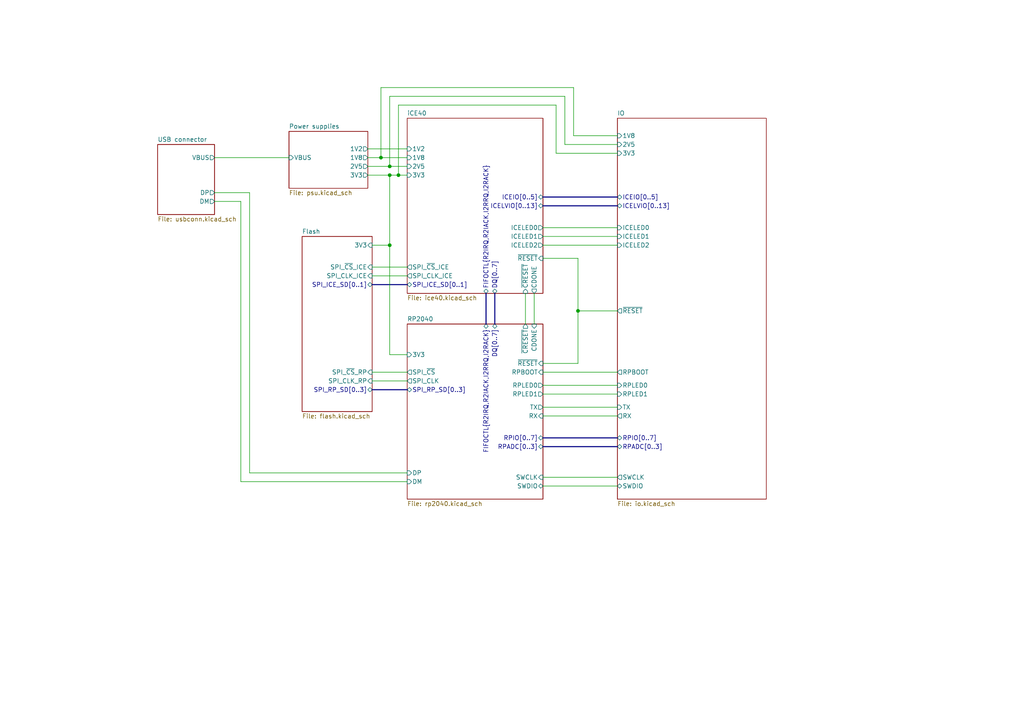
<source format=kicad_sch>
(kicad_sch (version 20211123) (generator eeschema)
  (paper "A4")
  (lib_symbols)
  (junction (at 113.03 50.8))
  (junction (at 113.03 48.26))
  (junction (at 110.49 45.72))
  (junction (at 167.64 90.17))
  (junction (at 115.57 50.8))
  (junction (at 113.03 71.12))
  (wire (pts (xy 62.23 58.42) (xy 69.85 58.42)))
  (wire (pts (xy 157.48 138.43) (xy 179.07 138.43)))
  (wire (pts (xy 167.64 90.17) (xy 167.64 105.41)))
  (wire (pts (xy 72.39 55.88) (xy 72.39 137.16)))
  (wire (pts (xy 157.48 68.58) (xy 179.07 68.58)))
  (wire (pts (xy 115.57 30.48) (xy 115.57 50.8)))
  (wire (pts (xy 161.29 44.45) (xy 161.29 30.48)))
  (wire (pts (xy 107.95 71.12) (xy 113.03 71.12)))
  (wire (pts (xy 72.39 137.16) (xy 118.11 137.16)))
  (wire (pts (xy 157.48 140.97) (xy 179.07 140.97)))
  (wire (pts (xy 166.37 39.37) (xy 166.37 25.4)))
  (wire (pts (xy 110.49 45.72) (xy 118.11 45.72)))
  (bus (pts (xy 157.48 59.69) (xy 179.07 59.69)))
  (wire (pts (xy 157.48 107.95) (xy 179.07 107.95)))
  (wire (pts (xy 157.48 66.04) (xy 179.07 66.04)))
  (wire (pts (xy 106.68 48.26) (xy 113.03 48.26)))
  (wire (pts (xy 69.85 139.7) (xy 118.11 139.7)))
  (wire (pts (xy 179.07 39.37) (xy 166.37 39.37)))
  (wire (pts (xy 179.07 90.17) (xy 167.64 90.17)))
  (wire (pts (xy 107.95 110.49) (xy 118.11 110.49)))
  (wire (pts (xy 157.48 74.93) (xy 167.64 74.93)))
  (wire (pts (xy 157.48 71.12) (xy 179.07 71.12)))
  (wire (pts (xy 154.94 85.09) (xy 154.94 93.98)))
  (bus (pts (xy 107.95 82.55) (xy 118.11 82.55)))
  (wire (pts (xy 113.03 50.8) (xy 115.57 50.8)))
  (wire (pts (xy 163.83 41.91) (xy 163.83 27.94)))
  (wire (pts (xy 157.48 114.3) (xy 179.07 114.3)))
  (bus (pts (xy 143.51 85.09) (xy 143.51 93.98)))
  (wire (pts (xy 118.11 102.87) (xy 113.03 102.87)))
  (wire (pts (xy 110.49 25.4) (xy 110.49 45.72)))
  (wire (pts (xy 106.68 45.72) (xy 110.49 45.72)))
  (bus (pts (xy 157.48 57.15) (xy 179.07 57.15)))
  (bus (pts (xy 157.48 129.54) (xy 179.07 129.54)))
  (wire (pts (xy 179.07 41.91) (xy 163.83 41.91)))
  (wire (pts (xy 179.07 44.45) (xy 161.29 44.45)))
  (wire (pts (xy 106.68 50.8) (xy 113.03 50.8)))
  (wire (pts (xy 62.23 55.88) (xy 72.39 55.88)))
  (wire (pts (xy 69.85 58.42) (xy 69.85 139.7)))
  (wire (pts (xy 161.29 30.48) (xy 115.57 30.48)))
  (wire (pts (xy 157.48 118.11) (xy 179.07 118.11)))
  (bus (pts (xy 140.97 85.09) (xy 140.97 93.98)))
  (wire (pts (xy 113.03 27.94) (xy 113.03 48.26)))
  (wire (pts (xy 152.4 85.09) (xy 152.4 93.98)))
  (wire (pts (xy 113.03 71.12) (xy 113.03 50.8)))
  (wire (pts (xy 163.83 27.94) (xy 113.03 27.94)))
  (wire (pts (xy 167.64 105.41) (xy 157.48 105.41)))
  (wire (pts (xy 107.95 107.95) (xy 118.11 107.95)))
  (bus (pts (xy 157.48 127) (xy 179.07 127)))
  (wire (pts (xy 115.57 50.8) (xy 118.11 50.8)))
  (wire (pts (xy 113.03 102.87) (xy 113.03 71.12)))
  (bus (pts (xy 107.95 113.03) (xy 118.11 113.03)))
  (wire (pts (xy 107.95 80.01) (xy 118.11 80.01)))
  (wire (pts (xy 62.23 45.72) (xy 83.82 45.72)))
  (wire (pts (xy 106.68 43.18) (xy 118.11 43.18)))
  (wire (pts (xy 113.03 48.26) (xy 118.11 48.26)))
  (wire (pts (xy 157.48 120.65) (xy 179.07 120.65)))
  (wire (pts (xy 157.48 111.76) (xy 179.07 111.76)))
  (wire (pts (xy 166.37 25.4) (xy 110.49 25.4)))
  (wire (pts (xy 167.64 74.93) (xy 167.64 90.17)))
  (wire (pts (xy 107.95 77.47) (xy 118.11 77.47)))
  (sheet (at 118.11 34.29) (size 39.37 50.8) (stroke (width 0.1524))
    (property "Sheet name" "iCE40" (at 118.11 33.5784 0) (effects (justify left bottom)))
    (property "Sheet file" "ice40.kicad_sch" (at 118.11 85.6746 0) (effects (justify left top)))
    (pin "1V8" input (at 118.11 45.72 180))
    (pin "2V5" input (at 118.11 48.26 180))
    (pin "~{CRESET}" input (at 152.4 85.09 270))
    (pin "~{RESET}" input (at 157.48 74.93 0))
    (pin "1V2" input (at 118.11 43.18 180))
    (pin "3V3" input (at 118.11 50.8 180))
    (pin "SPI_~{CS}_ICE" output (at 118.11 77.47 180))
    (pin "SPI_CLK_ICE" output (at 118.11 80.01 180))
    (pin "CDONE" output (at 154.94 85.09 270))
    (pin "ICELED0" output (at 157.48 66.04 0))
    (pin "ICELED1" output (at 157.48 68.58 0))
    (pin "ICELED2" output (at 157.48 71.12 0))
    (pin "SPI_ICE_SD[0..1]" bidirectional (at 118.11 82.55 180))
    (pin "FIFOCTL{R2IRQ,R2IACK,I2RRQ,I2RACK}" bidirectional (at 140.97 85.09 270))
    (pin "DQ[0..7]" bidirectional (at 143.51 85.09 270))
    (pin "ICELVIO[0..13]" bidirectional (at 157.48 59.69 0))
    (pin "ICEIO[0..5]" bidirectional (at 157.48 57.15 0))
  )
  (sheet (at 83.82 38.1) (size 22.86 16.51) (stroke (width 0.1524))
    (property "Sheet name" "Power supplies" (at 83.82 37.3884 0) (effects (justify left bottom)))
    (property "Sheet file" "psu.kicad_sch" (at 83.82 55.1946 0) (effects (justify left top)))
    (pin "VBUS" input (at 83.82 45.72 180))
    (pin "1V8" output (at 106.68 45.72 0))
    (pin "2V5" output (at 106.68 48.26 0))
    (pin "1V2" output (at 106.68 43.18 0))
    (pin "3V3" output (at 106.68 50.8 0))
  )
  (sheet (at 87.63 68.58) (size 20.32 50.8) (stroke (width 0.1524))
    (property "Sheet name" "Flash" (at 87.63 67.8684 0) (effects (justify left bottom)))
    (property "Sheet file" "flash.kicad_sch" (at 87.63 119.9646 0) (effects (justify left top)))
    (pin "SPI_CLK_RP" input (at 107.95 110.49 0))
    (pin "SPI_CLK_ICE" input (at 107.95 80.01 0))
    (pin "SPI_~{CS}_RP" input (at 107.95 107.95 0))
    (pin "SPI_~{CS}_ICE" input (at 107.95 77.47 0))
    (pin "3V3" input (at 107.95 71.12 0))
    (pin "SPI_ICE_SD[0..1]" bidirectional (at 107.95 82.55 0))
    (pin "SPI_RP_SD[0..3]" bidirectional (at 107.95 113.03 0))
  )
  (sheet (at 45.72 41.91) (size 16.51 20.32) (stroke (width 0.1524))
    (property "Sheet name" "USB connector" (at 45.72 41.1984 0) (effects (justify left bottom)))
    (property "Sheet file" "usbconn.kicad_sch" (at 45.72 62.8146 0) (effects (justify left top)))
    (pin "VBUS" output (at 62.23 45.72 0))
    (pin "DM" output (at 62.23 58.42 0))
    (pin "DP" output (at 62.23 55.88 0))
  )
  (sheet (at 118.11 93.98) (size 39.37 50.8) (stroke (width 0.1524))
    (property "Sheet name" "RP2040" (at 118.11 93.2684 0) (effects (justify left bottom)))
    (property "Sheet file" "rp2040.kicad_sch" (at 118.11 145.3646 0) (effects (justify left top)))
    (pin "SPI_~{CS}" output (at 118.11 107.95 180))
    (pin "SPI_CLK" output (at 118.11 110.49 180))
    (pin "3V3" input (at 118.11 102.87 180))
    (pin "SWCLK" input (at 157.48 138.43 0))
    (pin "~{RESET}" input (at 157.48 105.41 0))
    (pin "DP" input (at 118.11 137.16 180))
    (pin "DM" input (at 118.11 139.7 180))
    (pin "RPBOOT" input (at 157.48 107.95 0))
    (pin "~{CRESET}" output (at 152.4 93.98 90))
    (pin "CDONE" input (at 154.94 93.98 90))
    (pin "SWDIO" bidirectional (at 157.48 140.97 0))
    (pin "RPLED0" output (at 157.48 111.76 0))
    (pin "RPLED1" output (at 157.48 114.3 0))
    (pin "TX" output (at 157.48 118.11 0))
    (pin "RX" input (at 157.48 120.65 0))
    (pin "SPI_RP_SD[0..3]" bidirectional (at 118.11 113.03 180))
    (pin "DQ[0..7]" bidirectional (at 143.51 93.98 90))
    (pin "FIFOCTL{R2IRQ,R2IACK,I2RRQ,I2RACK}" bidirectional (at 140.97 93.98 90))
    (pin "RPIO[0..7]" bidirectional (at 157.48 127 0))
    (pin "RPADC[0..3]" bidirectional (at 157.48 129.54 0))
  )
  (sheet (at 179.07 34.29) (size 43.18 110.49) (stroke (width 0.1524))
    (property "Sheet name" "IO" (at 179.07 33.5784 0) (effects (justify left bottom)))
    (property "Sheet file" "io.kicad_sch" (at 179.07 145.3646 0) (effects (justify left top)))
    (pin "~{RESET}" output (at 179.07 90.17 180))
    (pin "SWCLK" output (at 179.07 138.43 180))
    (pin "SWDIO" bidirectional (at 179.07 140.97 180))
    (pin "RPBOOT" output (at 179.07 107.95 180))
    (pin "3V3" input (at 179.07 44.45 180))
    (pin "1V8" input (at 179.07 39.37 180))
    (pin "2V5" input (at 179.07 41.91 180))
    (pin "TX" input (at 179.07 118.11 180))
    (pin "RX" output (at 179.07 120.65 180))
    (pin "RPLED0" input (at 179.07 111.76 180))
    (pin "ICELED2" input (at 179.07 71.12 180))
    (pin "ICELED1" input (at 179.07 68.58 180))
    (pin "ICELED0" input (at 179.07 66.04 180))
    (pin "RPLED1" input (at 179.07 114.3 180))
    (pin "ICEIO[0..5]" bidirectional (at 179.07 57.15 180))
    (pin "ICELVIO[0..13]" bidirectional (at 179.07 59.69 180))
    (pin "RPIO[0..7]" bidirectional (at 179.07 127 180))
    (pin "RPADC[0..3]" bidirectional (at 179.07 129.54 180))
  )
)
</source>
